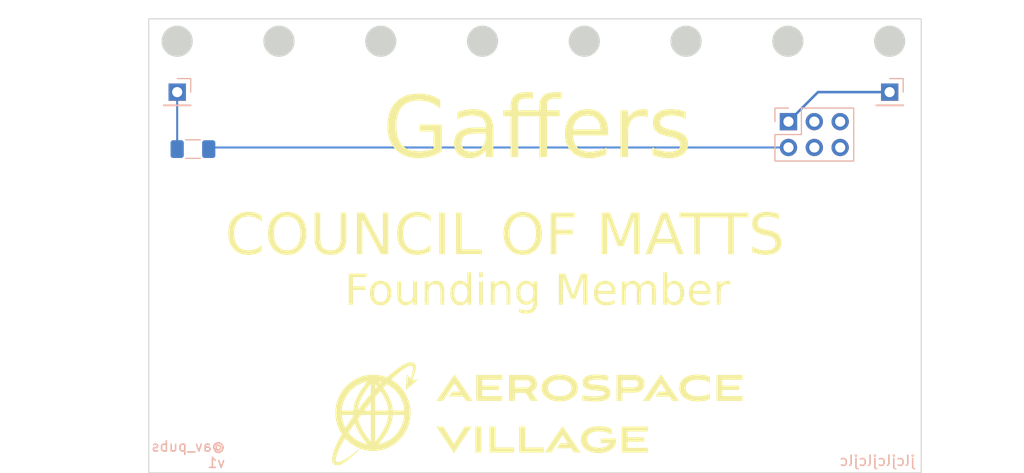
<source format=kicad_pcb>
(kicad_pcb (version 20220621) (generator pcbnew)
  (layers (0 "F.Cu" signal) (31 "B.Cu" signal) (34 "B.Paste" user) (35 "F.Paste" user) (36 "B.SilkS" user "B.Silkscreen") (37 "F.SilkS" user "F.Silkscreen") (38 "B.Mask" user) (39 "F.Mask" user) (44 "Edge.Cuts" user))
  (net 0 "")
  (footprint "Connector_PinHeader_2.54mm:PinHeader_2x03_P2.54mm_Vertical" (layer "B.Cu") (at 128.06 68.9 -90)
    (fp_text reference "REF**" hide)
    (fp_text value "PinHeader_2x03_P2.54mm_Vertical")
  )
  (footprint "Connector_PinHeader_2.54mm:PinHeader_1x01_P2.54mm_Vertical" (layer "B.Cu") (at 68 66 180)
    (fp_text reference "REF**" hide)
    (fp_text value "PinHeader_1x01_P2.54mm_Vertical")
  )
  (footprint "Resistor_SMD:R_1206_3216Metric_Pad1.30x1.75mm_HandSolder" (layer "B.Cu") (at 69.55 71.6 180)
    (fp_text reference "REF**" hide)
    (fp_text value "R_1206_3216Metric_Pad1.30x1.75mm_HandSolder")
  )
  (footprint "Connector_PinHeader_2.54mm:PinHeader_1x01_P2.54mm_Vertical" (layer "B.Cu") (at 138 66 180)
    (fp_text reference "REF**" hide)
    (fp_text value "PinHeader_1x01_P2.54mm_Vertical")
  )
  (gr_poly (pts (xy 85.964983 97.803052) (xy 85.894623 97.897778) (xy 85.824683 97.9928) (xy 85.755216 98.08805) (xy 85.75385 98.082507) (xy 85.720527 97.897981) (xy 85.720331 97.896716) (xy 85.720165 97.895517) (xy 85.699268 97.708614) (xy 86.035764 97.708614)) (stroke (width 0.04)) (fill solid) (layer "F.SilkS"))
  (gr_poly (pts (xy 112.975377 93.807647) (xy 113.03898 93.81158) (xy 113.100014 93.818016) (xy 113.15851 93.826858) (xy 113.214502 93.838009) (xy 113.268022 93.851371) (xy 113.319103 93.866848) (xy 113.367777 93.884342) (xy 113.414078 93.903756) (xy 113.458039 93.924993) (xy 113.499691 93.947956) (xy 113.539068 93.972547) (xy 113.576203 93.998669) (xy 113.611128 94.026225) (xy 113.643876 94.055119) (xy 113.674479 94.085252) (xy 113.702971 94.116528) (xy 113.729385 94.148849) (xy 113.753752 94.182118) (xy 113.776106 94.216238) (xy 113.79648 94.251112) (xy 113.814905 94.286643) (xy 113.831416 94.322733) (xy 113.846045 94.359286) (xy 113.858824 94.396203) (xy 113.869786 94.433389) (xy 113.878964 94.470745) (xy 113.886391 94.508175) (xy 113.896122 94.582866) (xy 113.899241 94.656686) (xy 113.896035 94.730558) (xy 113.886239 94.805401) (xy 113.869589 94.880422) (xy 113.84582 94.95483) (xy 113.81467 95.027833) (xy 113.796243 95.06356) (xy 113.775872 95.09864) (xy 113.753523 95.132973) (xy 113.729163 95.16646) (xy 113.70276 95.199002) (xy 113.674279 95.230501) (xy 113.643689 95.260857) (xy 113.610955 95.289971) (xy 113.576046 95.317746) (xy 113.538927 95.34408) (xy 113.499566 95.368877) (xy 113.45793 95.392036) (xy 113.413986 95.413459) (xy 113.367701 95.433048) (xy 113.319042 95.450702) (xy 113.267975 95.466323) (xy 113.214468 95.479812) (xy 113.158487 95.491071) (xy 113.1 95.5) (xy 113.038974 95.5065) (xy 112.975375 95.510473) (xy 112.90917 95.511819) (xy 111.728599 95.511819) (xy 111.728599 96.317211) (xy 111.183558 96.317211) (xy 111.183558 95.036627) (xy 111.729129 95.036627) (xy 112.794339 95.036627) (xy 112.834999 95.036019) (xy 112.873572 95.034227) (xy 112.910111 95.031294) (xy 112.944666 95.027269) (xy 112.977291 95.022195) (xy 113.008038 95.01612) (xy 113.036958 95.009089) (xy 113.064105 95.001148) (xy 113.089531 94.992343) (xy 113.113287 94.982719) (xy 113.135426 94.972323) (xy 113.155999 94.961199) (xy 113.175061 94.949395) (xy 113.192661 94.936956) (xy 113.208854 94.923927) (xy 113.22369 94.910355) (xy 113.237223 94.896285) (xy 113.249504 94.881763) (xy 113.260586 94.866836) (xy 113.270521 94.851548) (xy 113.279361 94.835946) (xy 113.287158 94.820075) (xy 113.293964 94.803982) (xy 113.299833 94.787712) (xy 113.304815 94.771311) (xy 113.308964 94.754825) (xy 113.314969 94.72178) (xy 113.318266 94.688945) (xy 113.319272 94.656686) (xy 113.318266 94.625265) (xy 113.314969 94.593163) (xy 113.308964 94.560754) (xy 113.299833 94.528412) (xy 113.287158 94.496511) (xy 113.270521 94.465423) (xy 113.260586 94.450301) (xy 113.249504 94.435523) (xy 113.237223 94.421135) (xy 113.22369 94.407184) (xy 113.208854 94.393716) (xy 113.192661 94.380779) (xy 113.175061 94.368419) (xy 113.155999 94.356683) (xy 113.135426 94.345618) (xy 113.113287 94.335269) (xy 113.089531 94.325685) (xy 113.064105 94.316911) (xy 113.036958 94.308994) (xy 113.008038 94.301982) (xy 112.977291 94.29592) (xy 112.944666 94.290856) (xy 112.910111 94.286835) (xy 112.873572 94.283906) (xy 112.834999 94.282114) (xy 112.794339 94.281506) (xy 111.729129 94.281506) (xy 111.729129 95.036627) (xy 111.183558 95.036627) (xy 111.183558 93.806315) (xy 112.90917 93.806315)) (stroke (width 0.04)) (fill solid) (layer "F.SilkS"))
  (gr_poly (pts (xy 102.175025 100.926252) (xy 104.005413 100.926252) (xy 104.005413 101.396153) (xy 101.629983 101.396153) (xy 101.629983 98.885256) (xy 102.175025 98.885256)) (stroke (width 0.04)) (fill solid) (layer "F.SilkS"))
  (gr_poly (pts (xy 96.982842 96.317211) (xy 96.372713 96.317211) (xy 96.092254 95.891761) (xy 94.725946 95.891761) (xy 95.018575 95.446731) (xy 95.802271 95.446731) (xy 95.242413 94.591598) (xy 94.682025 95.446731) (xy 94.682554 95.446731) (xy 94.389925 95.891761) (xy 94.38675 95.891761) (xy 94.111583 96.317211) (xy 93.501454 96.317211) (xy 95.242413 93.766098)) (stroke (width 0.04)) (fill solid) (layer "F.SilkS"))
  (gr_poly (pts (xy 109.501694 98.846205) (xy 109.589622 98.849679) (xy 109.676654 98.855424) (xy 109.762695 98.863403) (xy 109.847651 98.873581) (xy 109.931427 98.885921) (xy 110.013929 98.900386) (xy 110.095062 98.91694) (xy 110.174731 98.935547) (xy 110.252842 98.95617) (xy 110.329301 98.978772) (xy 110.404013 99.003318) (xy 110.476883 99.029771) (xy 110.547816 99.058094) (xy 110.616719 99.088251) (xy 110.683496 99.120206) (xy 110.683496 99.605452) (xy 110.550297 99.545158) (xy 110.412447 99.488919) (xy 110.341502 99.462705) (xy 110.269065 99.437964) (xy 110.195024 99.414852) (xy 110.119271 99.393521) (xy 110.041694 99.374124) (xy 109.962184 99.356816) (xy 109.880631 99.341749) (xy 109.796925 99.329078) (xy 109.710955 99.318955) (xy 109.622612 99.311535) (xy 109.531785 99.30697) (xy 109.438365 99.305414) (xy 109.341155 99.307648) (xy 109.241611 99.314603) (xy 109.140919 99.326661) (xy 109.040267 99.344201) (xy 108.940843 99.367604) (xy 108.891963 99.381623) (xy 108.843834 99.39725) (xy 108.796607 99.414534) (xy 108.750429 99.433522) (xy 108.705448 99.454261) (xy 108.661813 99.476798) (xy 108.619673 99.501182) (xy 108.579176 99.52746) (xy 108.54047 99.555679) (xy 108.503704 99.585888) (xy 108.469026 99.618133) (xy 108.436585 99.652463) (xy 108.406529 99.688924) (xy 108.379006 99.727565) (xy 108.354166 99.768433) (xy 108.332156 99.811576) (xy 108.313125 99.85704) (xy 108.297221 99.904874) (xy 108.284593 99.955126) (xy 108.275389 100.007843) (xy 108.269758 100.063071) (xy 108.267848 100.12086) (xy 108.269288 100.170369) (xy 108.273568 100.218574) (xy 108.280631 100.265456) (xy 108.290417 100.311) (xy 108.302869 100.355186) (xy 108.317927 100.397998) (xy 108.335534 100.439418) (xy 108.355632 100.479428) (xy 108.37816 100.518012) (xy 108.403062 100.555151) (xy 108.430279 100.590827) (xy 108.459752 100.625024) (xy 108.491423 100.657724) (xy 108.525234 100.688909) (xy 108.561126 100.718562) (xy 108.59904 100.746665) (xy 108.638918 100.773201) (xy 108.680703 100.798152) (xy 108.769755 100.843229) (xy 108.86573 100.881756) (xy 108.968159 100.913592) (xy 109.076575 100.938598) (xy 109.190512 100.956634) (xy 109.309501 100.967558) (xy 109.433075 100.97123) (xy 109.507382 100.969839) (xy 109.583633 100.965512) (xy 109.661188 100.958013) (xy 109.739412 100.947112) (xy 109.817667 100.932573) (xy 109.895316 100.914164) (xy 109.971722 100.891651) (xy 110.046247 100.864802) (xy 110.082605 100.849678) (xy 110.118254 100.833382) (xy 110.153114 100.815885) (xy 110.187106 100.797158) (xy 110.22015 100.777172) (xy 110.252167 100.755898) (xy 110.283076 100.733306) (xy 110.312798 100.709367) (xy 110.341254 100.684053) (xy 110.368363 100.657333) (xy 110.394047 100.629179) (xy 110.418224 100.599562) (xy 110.440817 100.568453) (xy 110.461745 100.535821) (xy 110.480928 100.501639) (xy 110.498288 100.465876) (xy 109.633098 100.465876) (xy 109.633098 100.060534) (xy 111.108415 100.060534) (xy 111.108642 100.076794) (xy 111.109242 100.092185) (xy 111.11106 100.122447) (xy 111.112031 100.138359) (xy 111.112879 100.155487) (xy 111.113478 100.174351) (xy 111.113705 100.195472) (xy 111.111367 100.270804) (xy 111.104439 100.343896) (xy 111.093051 100.414739) (xy 111.07733 100.483323) (xy 111.057408 100.549638) (xy 111.033411 100.613673) (xy 111.005471 100.675419) (xy 110.973716 100.734866) (xy 110.938275 100.792004) (xy 110.899277 100.846823) (xy 110.856852 100.899313) (xy 110.811129 100.949463) (xy 110.762236 100.997264) (xy 110.710303 101.042707) (xy 110.65546 101.08578) (xy 110.597834 101.126474) (xy 110.474755 101.200686) (xy 110.342099 101.265262) (xy 110.2009 101.320122) (xy 110.05219 101.365187) (xy 109.897003 101.400376) (xy 109.736372 101.42561) (xy 109.57133 101.440809) (xy 109.402911 101.445893) (xy 109.317479 101.444533) (xy 109.232815 101.440463) (xy 109.149049 101.433699) (xy 109.066306 101.424256) (xy 108.984715 101.41215) (xy 108.904403 101.397397) (xy 108.825497 101.380012) (xy 108.748125 101.360011) (xy 108.672414 101.337409) (xy 108.598491 101.312222) (xy 108.526485 101.284466) (xy 108.456522 101.254156) (xy 108.388729 101.221308) (xy 108.323235 101.185937) (xy 108.260167 101.148059) (xy 108.199651 101.10769) (xy 108.141816 101.064844) (xy 108.086789 101.019539) (xy 108.034698 100.971789) (xy 107.985669 100.92161) (xy 107.93983 100.869018) (xy 107.897308 100.814027) (xy 107.858232 100.756655) (xy 107.822728 100.696916) (xy 107.790923 100.634826) (xy 107.762946 100.5704) (xy 107.738924 100.503655) (xy 107.718983 100.434605) (xy 107.703252 100.363267) (xy 107.691858 100.289656) (xy 107.684928 100.213787) (xy 107.68259 100.135677) (xy 107.685069 100.054084) (xy 107.692407 99.97529) (xy 107.704449 99.899281) (xy 107.721043 99.826043) (xy 107.742036 99.755563) (xy 107.767275 99.687826) (xy 107.796607 99.62282) (xy 107.82988 99.560531) (xy 107.86694 99.500944) (xy 107.907634 99.444047) (xy 107.95181 99.389825) (xy 107.999314 99.338265) (xy 108.049995 99.289354) (xy 108.103698 99.243077) (xy 108.160271 99.199421) (xy 108.219561 99.158372) (xy 108.345682 99.084042) (xy 108.480835 99.019978) (xy 108.6238 98.966069) (xy 108.773351 98.922207) (xy 108.928267 98.888282) (xy 109.087323 98.864186) (xy 109.249297 98.849808) (xy 109.412965 98.845039)) (stroke (width 0.04)) (fill solid) (layer "F.SilkS"))
  (gr_poly (pts (xy 117.271091 96.317211) (xy 116.66096 96.317211) (xy 116.380502 95.891761) (xy 115.008903 95.891761) (xy 115.30153 95.446731) (xy 116.09052 95.446731) (xy 115.530661 94.591598) (xy 114.400361 96.317211) (xy 113.789702 96.317211) (xy 115.530661 93.766098)) (stroke (width 0.04)) (fill solid) (layer "F.SilkS"))
  (gr_poly (pts (xy 97.858083 101.396153) (xy 97.313041 101.396153) (xy 97.313041 98.885256) (xy 97.858083 98.885256)) (stroke (width 0.04)) (fill solid) (layer "F.SilkS"))
  (gr_poly (pts (xy 95.192142 100.585998) (xy 96.252592 98.885256) (xy 96.892884 98.885256) (xy 95.192142 101.446422) (xy 93.501454 98.885256) (xy 94.147038 98.885256)) (stroke (width 0.04)) (fill solid) (layer "F.SilkS"))
  (gr_poly (pts (xy 102.395747 93.807676) (xy 102.459351 93.811693) (xy 102.520384 93.818265) (xy 102.578881 93.82729) (xy 102.634874 93.838669) (xy 102.688395 93.852299) (xy 102.739478 93.868081) (xy 102.788155 93.885913) (xy 102.83446 93.905695) (xy 102.878425 93.927325) (xy 102.920083 93.950703) (xy 102.959466 93.975728) (xy 102.996608 94.002299) (xy 103.031542 94.030315) (xy 103.0643 94.059675) (xy 103.094915 94.090279) (xy 103.12342 94.122025) (xy 103.149849 94.154813) (xy 103.174232 94.188542) (xy 103.196605 94.223111) (xy 103.216999 94.258419) (xy 103.235447 94.294365) (xy 103.251983 94.330849) (xy 103.266638 94.367769) (xy 103.279446 94.405025) (xy 103.29044 94.442515) (xy 103.307116 94.517797) (xy 103.316929 94.592808) (xy 103.320141 94.66674) (xy 103.318368 94.724137) (xy 103.312973 94.78183) (xy 103.303845 94.839515) (xy 103.290872 94.896894) (xy 103.273943 94.953666) (xy 103.26396 94.981729) (xy 103.252946 95.009528) (xy 103.240887 95.037025) (xy 103.227769 95.064182) (xy 103.213578 95.090961) (xy 103.198301 95.117325) (xy 103.181923 95.143237) (xy 103.16443 95.168658) (xy 103.145809 95.193551) (xy 103.126045 95.217879) (xy 103.105125 95.241604) (xy 103.083034 95.264688) (xy 103.059758 95.287094) (xy 103.035285 95.308784) (xy 103.009599 95.329721) (xy 102.982686 95.349867) (xy 102.954534 95.369184) (xy 102.925127 95.387634) (xy 102.894452 95.405181) (xy 102.862495 95.421787) (xy 102.829242 95.437413) (xy 102.794679 95.452023) (xy 103.374644 96.317211) (xy 102.764515 96.317211) (xy 102.23429 95.531927) (xy 101.159023 95.531927) (xy 101.159023 96.317211) (xy 100.613982 96.317211) (xy 100.613982 95.051444) (xy 101.159554 95.051444) (xy 102.250168 95.051444) (xy 102.288061 95.050851) (xy 102.323985 95.0491) (xy 102.357992 95.046234) (xy 102.390131 95.042293) (xy 102.420452 95.037321) (xy 102.449005 95.031359) (xy 102.475841 95.02445) (xy 102.50101 95.016635) (xy 102.524562 95.007956) (xy 102.546547 94.998456) (xy 102.567016 94.988177) (xy 102.586018 94.97716) (xy 102.603604 94.965448) (xy 102.619824 94.953083) (xy 102.634728 94.940106) (xy 102.648366 94.926561) (xy 102.660789 94.912488) (xy 102.672047 94.89793) (xy 102.68219 94.882929) (xy 102.691268 94.867528) (xy 102.699331 94.851767) (xy 102.70643 94.83569) (xy 102.712615 94.819337) (xy 102.717935 94.802752) (xy 102.722442 94.785977) (xy 102.726184 94.769052) (xy 102.73158 94.734926) (xy 102.734522 94.70071) (xy 102.735414 94.66674) (xy 102.734522 94.635319) (xy 102.73158 94.603217) (xy 102.726184 94.570809) (xy 102.717935 94.538467) (xy 102.70643 94.506565) (xy 102.699331 94.490896) (xy 102.691268 94.475477) (xy 102.68219 94.460355) (xy 102.672047 94.445577) (xy 102.660789 94.431189) (xy 102.648366 94.417238) (xy 102.634727 94.40377) (xy 102.619823 94.390834) (xy 102.603603 94.378474) (xy 102.586017 94.366738) (xy 102.567015 94.355672) (xy 102.546546 94.345324) (xy 102.524561 94.335739) (xy 102.501009 94.326965) (xy 102.47584 94.319049) (xy 102.449004 94.312036) (xy 102.420451 94.305974) (xy 102.39013 94.30091) (xy 102.357992 94.29689) (xy 102.323985 94.29396) (xy 102.288061 94.292168) (xy 102.250168 94.291561) (xy 101.159554 94.291561) (xy 101.159554 95.051444) (xy 100.613982 95.051444) (xy 100.613982 93.806315) (xy 102.329541 93.806315)) (stroke (width 0.04)) (fill solid) (layer "F.SilkS"))
  (gr_poly (pts (xy 84.194193 99.603498) (xy 84.216151 99.635969) (xy 84.240715 99.671483) (xy 84.265675 99.706691) (xy 84.291064 99.741565) (xy 84.317734 99.777241) (xy 84.344818 99.812577) (xy 84.37231 99.847573) (xy 84.400205 99.882228) (xy 84.42162 99.908082) (xy 84.443369 99.933635) (xy 84.465343 99.958988) (xy 84.487435 99.984238) (xy 84.470557 100.012116) (xy 84.453473 100.039888) (xy 84.436447 100.067689) (xy 84.419739 100.095652) (xy 84.285178 100.329747) (xy 84.15369 100.565039) (xy 84.089812 100.68338) (xy 84.027559 100.802316) (xy 83.967217 100.921944) (xy 83.909072 101.042364) (xy 83.853257 101.163083) (xy 83.799492 101.284914) (xy 83.74863 101.407526) (xy 83.701527 101.530592) (xy 83.659038 101.653782) (xy 83.639791 101.71532) (xy 83.622018 101.776766) (xy 83.605825 101.838079) (xy 83.59132 101.899217) (xy 83.57861 101.96014) (xy 83.567801 102.020805) (xy 83.564567 102.05027) (xy 83.562065 102.079427) (xy 83.560382 102.108122) (xy 83.559605 102.136202) (xy 83.55982 102.163512) (xy 83.560327 102.176831) (xy 83.561114 102.1899) (xy 83.562193 102.2027) (xy 83.563573 102.215212) (xy 83.565267 102.227416) (xy 83.567284 102.239294) (xy 83.570034 102.250728) (xy 83.572937 102.261438) (xy 83.576011 102.271455) (xy 83.579274 102.280812) (xy 83.582745 102.289539) (xy 83.586441 102.297669) (xy 83.588379 102.301519) (xy 83.59038 102.305233) (xy 83.592446 102.308812) (xy 83.59458 102.312263) (xy 83.596783 102.315587) (xy 83.599059 102.31879) (xy 83.601408 102.321876) (xy 83.603835 102.324848) (xy 83.60634 102.32771) (xy 83.608926 102.330466) (xy 83.611595 102.333121) (xy 83.61435 102.335677) (xy 83.617192 102.33814) (xy 83.620125 102.340513) (xy 83.623149 102.3428) (xy 83.626268 102.345005) (xy 83.632799 102.349185) (xy 83.639734 102.353085) (xy 83.647548 102.356856) (xy 83.656077 102.360229) (xy 83.665282 102.363207) (xy 83.675121 102.365787) (xy 83.685552 102.367971) (xy 83.696535 102.369758) (xy 83.708028 102.371148) (xy 83.71999 102.372141) (xy 83.73238 102.372738) (xy 83.745157 102.372938) (xy 83.758279 102.37274) (xy 83.771705 102.372146) (xy 83.785395 102.371154) (xy 83.799306 102.369766) (xy 83.813398 102.36798) (xy 83.82763 102.365797) (xy 83.856413 102.360654) (xy 83.88557 102.354408) (xy 83.915032 102.347146) (xy 83.944735 102.338955) (xy 83.974611 102.32992) (xy 84.004595 102.320129) (xy 84.034619 102.309666) (xy 84.064618 102.298618) (xy 84.124859 102.274036) (xy 84.184741 102.247788) (xy 84.244273 102.219981) (xy 84.303468 102.190724) (xy 84.362335 102.160123) (xy 84.420885 102.128288) (xy 84.537077 102.061345) (xy 84.652128 101.990755) (xy 84.766122 101.917381) (xy 84.879144 101.842086) (xy 84.99128 101.765731) (xy 85.102258 101.686689) (xy 85.212558 101.606377) (xy 85.322199 101.524873) (xy 85.431201 101.442251) (xy 85.647364 101.273957) (xy 85.861201 101.102102) (xy 85.767273 101.20234) (xy 85.672341 101.301749) (xy 85.576295 101.400191) (xy 85.47902 101.49753) (xy 85.380407 101.593629) (xy 85.280342 101.68835) (xy 85.178713 101.781557) (xy 85.075409 101.873114) (xy 85.023365 101.918548) (xy 84.9708 101.963536) (xy 84.91769 102.008028) (xy 84.864009 102.051975) (xy 84.809733 102.095326) (xy 84.754837 102.138032) (xy 84.699295 102.180043) (xy 84.643084 102.22131) (xy 84.586235 102.262092) (xy 84.528711 102.302191) (xy 84.470381 102.341473) (xy 84.411115 102.3798) (xy 84.350782 102.417035) (xy 84.289252 102.453042) (xy 84.226395 102.487685) (xy 84.16208 102.520827) (xy 84.129147 102.53653) (xy 84.095766 102.551793) (xy 84.061839 102.566474) (xy 84.027266 102.58043) (xy 83.99195 102.593518) (xy 83.95579 102.605595) (xy 83.918689 102.616518) (xy 83.899754 102.621502) (xy 83.880547 102.626144) (xy 83.84166 102.634265) (xy 83.801233 102.641103) (xy 83.780457 102.643826) (xy 83.759316 102.645971) (xy 83.737814 102.64745) (xy 83.715959 102.648178) (xy 83.693757 102.648069) (xy 83.671214 102.647037) (xy 83.648336 102.644996) (xy 83.62513 102.641859) (xy 83.601601 102.63754) (xy 83.577757 102.631954) (xy 83.553604 102.625015) (xy 83.529147 102.616635) (xy 83.517116 102.611672) (xy 83.505227 102.606308) (xy 83.493475 102.600545) (xy 83.481853 102.594385) (xy 83.470355 102.587827) (xy 83.458974 102.580874) (xy 83.447706 102.573526) (xy 83.436543 102.565785) (xy 83.426476 102.557283) (xy 83.416524 102.548476) (xy 83.406697 102.539408) (xy 83.397008 102.530122) (xy 83.387468 102.520662) (xy 83.378088 102.511073) (xy 83.36888 102.501398) (xy 83.359855 102.491681) (xy 83.345605 102.470474) (xy 83.338566 102.459757) (xy 83.331637 102.44898) (xy 83.324858 102.438153) (xy 83.318266 102.427287) (xy 83.3119 102.416394) (xy 83.305801 102.405485) (xy 83.301289 102.394721) (xy 83.296874 102.383871) (xy 83.288308 102.361957) (xy 83.280039 102.339845) (xy 83.272005 102.317635) (xy 83.266498 102.29601) (xy 83.26166 102.274588) (xy 83.257454 102.253361) (xy 83.253846 102.232322) (xy 83.250798 102.211462) (xy 83.248274 102.190775) (xy 83.246238 102.170252) (xy 83.244654 102.149885) (xy 83.242695 102.10959) (xy 83.242109 102.069829) (xy 83.242605 102.03054) (xy 83.243893 101.99166) (xy 83.250802 101.915986) (xy 83.260272 101.841677) (xy 83.272085 101.76861) (xy 83.286026 101.69666) (xy 83.301876 101.625702) (xy 83.31942 101.555611) (xy 83.338439 101.486264) (xy 83.358718 101.417535) (xy 83.37991 101.349407) (xy 83.402146 101.281903) (xy 83.425325 101.214954) (xy 83.449348 101.148493) (xy 83.474115 101.082454) (xy 83.499527 101.01677) (xy 83.551884 100.886198) (xy 83.622417 100.719705) (xy 83.696161 100.555133) (xy 83.772864 100.39234) (xy 83.852275 100.231187) (xy 83.934142 100.071534) (xy 84.018211 99.913242) (xy 84.104231 99.75617) (xy 84.191911 99.600246)) (stroke (width 0.04)) (fill solid) (layer "F.SilkS"))
  (gr_poly (pts (xy 105.58127 93.766098) (xy 105.672591 93.767515) (xy 105.762631 93.771747) (xy 105.851283 93.778765) (xy 105.938442 93.78854) (xy 106.024002 93.801045) (xy 106.107856 93.816251) (xy 106.189898 93.834129) (xy 106.270022 93.854651) (xy 106.348122 93.877788) (xy 106.424093 93.903512) (xy 106.497827 93.931795) (xy 106.569219 93.962607) (xy 106.638163 93.995921) (xy 106.704552 94.031708) (xy 106.768281 94.069939) (xy 106.829244 94.110586) (xy 106.887333 94.15362) (xy 106.942444 94.199014) (xy 106.99447 94.246738) (xy 107.043305 94.296763) (xy 107.088843 94.349063) (xy 107.130977 94.403607) (xy 107.169603 94.460368) (xy 107.204613 94.519317) (xy 107.235901 94.580426) (xy 107.263362 94.643666) (xy 107.28689 94.709008) (xy 107.306377 94.776424) (xy 107.321719 94.845886) (xy 107.332808 94.917365) (xy 107.33954 94.990833) (xy 107.341807 95.066261) (xy 107.339538 95.140804) (xy 107.332803 95.213499) (xy 107.321706 95.284313) (xy 107.306355 95.353211) (xy 107.286857 95.420158) (xy 107.263317 95.485122) (xy 107.235842 95.548068) (xy 107.204538 95.608962) (xy 107.169512 95.667771) (xy 107.130871 95.724459) (xy 107.08872 95.778993) (xy 107.043165 95.83134) (xy 106.994314 95.881464) (xy 106.942273 95.929332) (xy 106.887148 95.974911) (xy 106.829045 96.018165) (xy 106.704333 96.097566) (xy 106.568987 96.167263) (xy 106.423858 96.226984) (xy 106.269799 96.276457) (xy 106.107659 96.315409) (xy 105.93829 96.343569) (xy 105.762544 96.360664) (xy 105.58127 96.366423) (xy 105.490415 96.364979) (xy 105.400782 96.36067) (xy 105.31248 96.353529) (xy 105.225618 96.34359) (xy 105.140305 96.330887) (xy 105.056651 96.315454) (xy 104.974763 96.297324) (xy 104.894752 96.276531) (xy 104.816725 96.253109) (xy 104.740793 96.227091) (xy 104.667064 96.198511) (xy 104.595648 96.167403) (xy 104.526652 96.1338) (xy 104.460187 96.097737) (xy 104.39636 96.059247) (xy 104.335282 96.018364) (xy 104.277061 95.975121) (xy 104.221807 95.929552) (xy 104.169627 95.881691) (xy 104.120632 95.831572) (xy 104.07493 95.779228) (xy 104.03263 95.724693) (xy 103.993841 95.668001) (xy 103.958673 95.609186) (xy 103.927234 95.54828) (xy 103.899633 95.485319) (xy 103.875979 95.420335) (xy 103.856382 95.353363) (xy 103.840949 95.284435) (xy 103.829791 95.213587) (xy 103.823017 95.140851) (xy 103.82075 95.06679) (xy 104.405992 95.06679) (xy 104.407434 95.113605) (xy 104.41172 95.159281) (xy 104.418796 95.203795) (xy 104.428602 95.247125) (xy 104.441084 95.289248) (xy 104.456183 95.33014) (xy 104.473843 95.36978) (xy 104.494007 95.408144) (xy 104.516618 95.445209) (xy 104.54162 95.480954) (xy 104.568955 95.515355) (xy 104.598566 95.548389) (xy 104.630397 95.580033) (xy 104.664391 95.610265) (xy 104.70049 95.639062) (xy 104.738639 95.666402) (xy 104.820856 95.716617) (xy 104.910586 95.760727) (xy 105.007375 95.798551) (xy 105.110767 95.829906) (xy 105.220308 95.854611) (xy 105.335542 95.872482) (xy 105.456014 95.883339) (xy 105.58127 95.886998) (xy 105.644468 95.88608) (xy 105.706527 95.883339) (xy 105.767389 95.878799) (xy 105.826999 95.872482) (xy 105.8853 95.864412) (xy 105.942233 95.854611) (xy 105.997744 95.843101) (xy 106.051774 95.829906) (xy 106.104267 95.815048) (xy 106.155166 95.798551) (xy 106.204415 95.780436) (xy 106.251955 95.760727) (xy 106.297731 95.739446) (xy 106.341685 95.716617) (xy 106.383761 95.692261) (xy 106.423902 95.666402) (xy 106.462051 95.639062) (xy 106.49815 95.610265) (xy 106.532144 95.580033) (xy 106.563975 95.548389) (xy 106.593586 95.515355) (xy 106.620921 95.480954) (xy 106.645923 95.445209) (xy 106.668534 95.408144) (xy 106.688698 95.36978) (xy 106.706358 95.33014) (xy 106.721457 95.289248) (xy 106.733938 95.247125) (xy 106.743745 95.203795) (xy 106.75082 95.159281) (xy 106.755107 95.113605) (xy 106.756549 95.06679) (xy 106.755107 95.019137) (xy 106.75082 94.972729) (xy 106.743745 94.927584) (xy 106.733938 94.88372) (xy 106.721457 94.841154) (xy 106.706358 94.799903) (xy 106.688698 94.759985) (xy 106.668534 94.721418) (xy 106.645923 94.684219) (xy 106.620921 94.648405) (xy 106.593586 94.613995) (xy 106.563975 94.581006) (xy 106.532144 94.549455) (xy 106.49815 94.519359) (xy 106.462051 94.490737) (xy 106.423902 94.463606) (xy 106.341685 94.413887) (xy 106.251955 94.370342) (xy 106.155166 94.333111) (xy 106.051774 94.302334) (xy 105.942233 94.278153) (xy 105.826999 94.260707) (xy 105.706527 94.250136) (xy 105.58127 94.246582) (xy 105.518073 94.247473) (xy 105.456014 94.250136) (xy 105.395152 94.254553) (xy 105.335542 94.260707) (xy 105.277242 94.268579) (xy 105.220308 94.278153) (xy 105.164797 94.289411) (xy 105.110767 94.302334) (xy 105.058274 94.316907) (xy 105.007375 94.333111) (xy 104.958127 94.350928) (xy 104.910586 94.370342) (xy 104.86481 94.391334) (xy 104.820856 94.413887) (xy 104.77878 94.437984) (xy 104.738639 94.463606) (xy 104.70049 94.490737) (xy 104.664391 94.519359) (xy 104.630397 94.549455) (xy 104.598566 94.581006) (xy 104.568955 94.613995) (xy 104.54162 94.648405) (xy 104.516618 94.684219) (xy 104.494007 94.721418) (xy 104.473843 94.759985) (xy 104.456183 94.799903) (xy 104.441084 94.841154) (xy 104.428602 94.88372) (xy 104.418796 94.927584) (xy 104.41172 94.972729) (xy 104.407434 95.019137) (xy 104.405992 95.06679) (xy 103.82075 95.06679) (xy 103.820734 95.066261) (xy 103.823017 94.990833) (xy 103.829791 94.917365) (xy 103.840949 94.845886) (xy 103.856382 94.776424) (xy 103.875979 94.709008) (xy 103.899633 94.643666) (xy 103.927234 94.580426) (xy 103.958673 94.519317) (xy 103.993841 94.460368) (xy 104.03263 94.403607) (xy 104.07493 94.349063) (xy 104.120632 94.296763) (xy 104.169627 94.246738) (xy 104.221807 94.199014) (xy 104.277061 94.15362) (xy 104.335282 94.110586) (xy 104.460187 94.031708) (xy 104.595648 93.962607) (xy 104.740793 93.903512) (xy 104.894752 93.854651) (xy 105.056651 93.816251) (xy 105.225618 93.78854) (xy 105.400782 93.771747) (xy 105.58127 93.766098)) (stroke (width 0.04)) (fill solid) (layer "F.SilkS"))
  (gr_poly (pts (xy 119.250511 93.766451) (xy 119.332131 93.7691) (xy 119.41202 93.773525) (xy 119.490242 93.779732) (xy 119.56686 93.787728) (xy 119.64194 93.79752) (xy 119.715546 93.809115) (xy 119.787741 93.82252) (xy 119.858591 93.837742) (xy 119.92816 93.854788) (xy 119.996511 93.873665) (xy 120.06371 93.89438) (xy 120.129821 93.916939) (xy 120.194908 93.94135) (xy 120.259035 93.967621) (xy 120.322267 93.995756) (xy 120.322267 94.511165) (xy 120.274432 94.48424) (xy 120.223055 94.45794) (xy 120.168216 94.432418) (xy 120.109996 94.407829) (xy 120.048473 94.384324) (xy 119.983728 94.362058) (xy 119.915841 94.341184) (xy 119.844891 94.321856) (xy 119.770959 94.304226) (xy 119.694123 94.28845) (xy 119.614464 94.274679) (xy 119.532062 94.263068) (xy 119.446997 94.253771) (xy 119.359348 94.246939) (xy 119.269195 94.242728) (xy 119.176619 94.24129) (xy 119.104868 94.242195) (xy 119.034989 94.244898) (xy 118.967008 94.249379) (xy 118.900952 94.25562) (xy 118.836847 94.2636) (xy 118.77472 94.273301) (xy 118.714598 94.284703) (xy 118.656508 94.297787) (xy 118.600475 94.312533) (xy 118.546527 94.328923) (xy 118.49469 94.346938) (xy 118.444991 94.366557) (xy 118.397457 94.387761) (xy 118.352114 94.410532) (xy 118.308989 94.43485) (xy 118.268108 94.460696) (xy 118.229499 94.48805) (xy 118.193187 94.516893) (xy 118.1592 94.547206) (xy 118.127564 94.57897) (xy 118.098306 94.612164) (xy 118.071452 94.646771) (xy 118.047029 94.682771) (xy 118.025064 94.720144) (xy 118.005583 94.758872) (xy 117.988613 94.798934) (xy 117.974181 94.840312) (xy 117.962313 94.882986) (xy 117.953036 94.926937) (xy 117.946376 94.972146) (xy 117.942361 95.018594) (xy 117.941017 95.066261) (xy 117.942347 95.113976) (xy 117.946322 95.160468) (xy 117.952922 95.205719) (xy 117.962125 95.24971) (xy 117.97391 95.292421) (xy 117.988257 95.333833) (xy 118.005144 95.373926) (xy 118.024551 95.412683) (xy 118.046456 95.450083) (xy 118.070838 95.486107) (xy 118.097676 95.520736) (xy 118.12695 95.553952) (xy 118.158637 95.585734) (xy 118.192718 95.616063) (xy 118.229171 95.644921) (xy 118.267976 95.672289) (xy 118.352553 95.722474) (xy 118.446283 95.766466) (xy 118.548997 95.804111) (xy 118.660526 95.835255) (xy 118.780704 95.859746) (xy 118.90936 95.87743) (xy 119.046328 95.888152) (xy 119.191438 95.891761) (xy 119.27997 95.890494) (xy 119.367213 95.886787) (xy 119.452932 95.88078) (xy 119.536892 95.872611) (xy 119.618859 95.862421) (xy 119.698597 95.850349) (xy 119.775872 95.836534) (xy 119.850448 95.821117) (xy 119.922091 95.804236) (xy 119.990567 95.78603) (xy 120.055639 95.766641) (xy 120.117074 95.746207) (xy 120.174635 95.724867) (xy 120.22809 95.702761) (xy 120.277202 95.680029) (xy 120.321736 95.65681) (xy 120.321736 96.142585) (xy 120.258452 96.16979) (xy 120.194182 96.195245) (xy 120.128883 96.218949) (xy 120.062511 96.240903) (xy 119.995022 96.261105) (xy 119.926374 96.279554) (xy 119.856523 96.29625) (xy 119.785425 96.311191) (xy 119.713038 96.324378) (xy 119.639317 96.335809) (xy 119.56422 96.345483) (xy 119.487703 96.353401) (xy 119.409722 96.35956) (xy 119.330235 96.36396) (xy 119.249197 96.366601) (xy 119.166566 96.367481) (xy 119.063277 96.366121) (xy 118.962497 96.362054) (xy 118.864277 96.355295) (xy 118.768667 96.345863) (xy 118.675717 96.333775) (xy 118.585479 96.319048) (xy 118.498003 96.3017) (xy 118.413338 96.281748) (xy 118.331536 96.259209) (xy 118.252648 96.234101) (xy 118.176722 96.206441) (xy 118.103811 96.176246) (xy 118.033965 96.143535) (xy 117.967233 96.108323) (xy 117.903667 96.070628) (xy 117.843317 96.030468) (xy 117.786234 95.987861) (xy 117.732467 95.942822) (xy 117.682068 95.895371) (xy 117.635087 95.845524) (xy 117.591574 95.793298) (xy 117.55158 95.738711) (xy 117.515156 95.68178) (xy 117.482351 95.622522) (xy 117.453216 95.560956) (xy 117.427803 95.497097) (xy 117.40616 95.430964) (xy 117.38834 95.362574) (xy 117.374392 95.291944) (xy 117.364366 95.219092) (xy 117.358314 95.144035) (xy 117.356285 95.06679) (xy 117.356288 95.06679) (xy 117.358317 94.989545) (xy 117.364369 94.914487) (xy 117.374395 94.841634) (xy 117.388344 94.771004) (xy 117.406165 94.702613) (xy 117.427809 94.636479) (xy 117.453225 94.572618) (xy 117.482362 94.511049) (xy 117.51517 94.451788) (xy 117.551599 94.394853) (xy 117.591598 94.34026) (xy 117.635117 94.288028) (xy 117.682106 94.238173) (xy 117.732513 94.190713) (xy 117.78629 94.145664) (xy 117.843385 94.103045) (xy 117.903748 94.062872) (xy 117.967329 94.025163) (xy 118.034077 93.989934) (xy 118.103941 93.957204) (xy 118.25282 93.899306) (xy 118.413561 93.851608) (xy 118.585763 93.814247) (xy 118.769021 93.787362) (xy 118.962932 93.77109) (xy 119.167094 93.765569)) (stroke (width 0.04)) (fill solid) (layer "F.SilkS"))
  (gr_poly (pts (xy 109.287952 93.766953) (xy 109.381758 93.769415) (xy 109.47387 93.773329) (xy 109.563904 93.778542) (xy 109.736215 93.792245) (xy 109.895634 93.809291) (xy 110.039103 93.828446) (xy 110.163566 93.848474) (xy 110.265964 93.868144) (xy 110.343242 93.886219) (xy 110.318373 94.341302) (xy 110.228036 94.317454) (xy 110.126202 94.295075) (xy 110.013033 94.274692) (xy 109.888689 94.256834) (xy 109.753332 94.242027) (xy 109.607123 94.230797) (xy 109.450222 94.223673) (xy 109.282793 94.221182) (xy 109.200297 94.221806) (xy 109.118348 94.22382) (xy 109.037605 94.227436) (xy 108.958727 94.232865) (xy 108.882373 94.240318) (xy 108.809202 94.250008) (xy 108.739873 94.262145) (xy 108.706854 94.269198) (xy 108.675044 94.276942) (xy 108.644523 94.285404) (xy 108.615374 94.294611) (xy 108.58768 94.304588) (xy 108.561522 94.315362) (xy 108.536984 94.32696) (xy 108.514148 94.339407) (xy 108.493096 94.352731) (xy 108.47391 94.366959) (xy 108.456672 94.382115) (xy 108.441466 94.398228) (xy 108.428374 94.415322) (xy 108.417477 94.433426) (xy 108.408858 94.452565) (xy 108.4026 94.472765) (xy 108.398784 94.494054) (xy 108.397494 94.516457) (xy 108.397497 94.516457) (xy 108.403668 94.561913) (xy 108.421655 94.601113) (xy 108.45067 94.6346) (xy 108.489925 94.662916) (xy 108.538633 94.686604) (xy 108.596005 94.706208) (xy 108.661255 94.72227) (xy 108.733593 94.735333) (xy 108.896385 94.754636) (xy 109.07808 94.76846) (xy 109.472964 94.797047) (xy 109.673547 94.820498) (xy 109.867822 94.855847) (xy 109.960624 94.879339) (xy 110.049486 94.907436) (xy 110.133618 94.940678) (xy 110.212235 94.97961) (xy 110.284546 95.024773) (xy 110.349766 95.076712) (xy 110.407106 95.135969) (xy 110.455778 95.203087) (xy 110.494995 95.27861) (xy 110.523967 95.363079) (xy 110.541909 95.457039) (xy 110.548031 95.561031) (xy 110.545873 95.624518) (xy 110.539492 95.684662) (xy 110.529033 95.741551) (xy 110.514639 95.795272) (xy 110.496455 95.845912) (xy 110.474623 95.893558) (xy 110.449288 95.938296) (xy 110.420593 95.980214) (xy 110.388682 96.019399) (xy 110.353699 96.055938) (xy 110.315787 96.089918) (xy 110.27509 96.121425) (xy 110.231752 96.150548) (xy 110.185916 96.177372) (xy 110.087326 96.224474) (xy 109.98047 96.263428) (xy 109.866497 96.29493) (xy 109.746558 96.319675) (xy 109.6218 96.338361) (xy 109.493375 96.351682) (xy 109.362432 96.360336) (xy 109.230119 96.365017) (xy 109.097587 96.366423) (xy 108.934215 96.364591) (xy 108.768016 96.359205) (xy 108.600873 96.350433) (xy 108.434674 96.338443) (xy 108.271302 96.323402) (xy 108.112643 96.305478) (xy 107.960582 96.284837) (xy 107.817004 96.261648) (xy 107.837112 95.806565) (xy 107.984302 95.831296) (xy 108.129997 95.85271) (xy 108.275085 95.870812) (xy 108.420451 95.885609) (xy 108.566984 95.897107) (xy 108.715569 95.905312) (xy 108.867093 95.910231) (xy 109.022444 95.911869) (xy 109.119285 95.911125) (xy 109.214332 95.90875) (xy 109.306972 95.904523) (xy 109.39659 95.898226) (xy 109.482571 95.889641) (xy 109.5643 95.87855) (xy 109.641163 95.864733) (xy 109.677577 95.856734) (xy 109.712544 95.847972) (xy 109.745987 95.838419) (xy 109.77783 95.828048) (xy 109.807995 95.816832) (xy 109.836405 95.804744) (xy 109.862984 95.791755) (xy 109.887655 95.777839) (xy 109.910341 95.762969) (xy 109.930966 95.747116) (xy 109.949451 95.730254) (xy 109.965722 95.712356) (xy 109.979699 95.693394) (xy 109.991308 95.673341) (xy 110.000471 95.652169) (xy 110.007111 95.629851) (xy 110.011151 95.60636) (xy 110.012515 95.581669) (xy 110.006332 95.532184) (xy 109.98831 95.489326) (xy 109.959238 95.452541) (xy 109.919905 95.421275) (xy 109.8711 95.394972) (xy 109.813613 95.37308) (xy 109.748233 95.355045) (xy 109.67575 95.340311) (xy 109.512629 95.318533) (xy 109.330565 95.303314) (xy 108.934866 95.274818) (xy 108.733859 95.252676) (xy 108.539167 95.21936) (xy 108.446162 95.197127) (xy 108.357103 95.170438) (xy 108.27278 95.138738) (xy 108.193983 95.101475) (xy 108.121499 95.058093) (xy 108.056119 95.00804) (xy 107.998632 94.950759) (xy 107.949828 94.885698) (xy 107.910495 94.812302) (xy 107.881422 94.730017) (xy 107.8634 94.63829) (xy 107.857217 94.536565) (xy 107.859445 94.474482) (xy 107.866008 94.415768) (xy 107.876728 94.36033) (xy 107.891427 94.308078) (xy 107.909926 94.25892) (xy 107.932045 94.212764) (xy 107.957607 94.169517) (xy 107.986433 94.12909) (xy 108.018344 94.091389) (xy 108.053161 94.056324) (xy 108.090706 94.023802) (xy 108.130801 93.993733) (xy 108.173265 93.966023) (xy 108.217921 93.940583) (xy 108.313094 93.896141) (xy 108.41489 93.859674) (xy 108.52188 93.830448) (xy 108.632633 93.80773) (xy 108.745721 93.790787) (xy 108.859715 93.778886) (xy 108.973185 93.771293) (xy 109.084701 93.767274) (xy 109.192834 93.766098)) (stroke (width 0.04)) (fill solid) (layer "F.SilkS"))
  (gr_poly (pts (xy 87.044384 96.427555) (xy 86.864793 96.648057) (xy 86.686823 96.869908) (xy 86.510331 97.092947) (xy 86.33519 97.316994) (xy 85.699263 97.316994) (xy 85.699785 97.312331) (xy 85.776113 97.208996) (xy 85.852726 97.105861) (xy 86.141438 96.734656) (xy 86.288053 96.550776) (xy 86.436196 96.368092) (xy 86.585884 96.18664) (xy 86.737134 96.006456) (xy 86.889962 95.827574) (xy 87.044384 95.650032)) (stroke (width 0.04)) (fill solid) (layer "F.SilkS"))
  (gr_poly (pts (xy 114.224678 99.32076) (xy 112.233954 99.32076) (xy 112.233954 99.93089) (xy 113.864845 99.93089) (xy 113.864845 100.326177) (xy 112.233954 100.326177) (xy 112.233954 100.96594) (xy 114.224678 100.96594) (xy 114.224678 101.396153) (xy 111.688911 101.396153) (xy 111.688911 98.885256) (xy 114.224678 98.885256)) (stroke (width 0.04)) (fill solid) (layer "F.SilkS"))
  (gr_poly (pts (xy 87.891669 95.225645) (xy 87.891981 95.226079) (xy 87.892608 95.22697) (xy 87.911716 95.254432) (xy 87.913008 95.256309) (xy 87.933605 95.286896) (xy 87.954087 95.317589) (xy 87.974767 95.348138) (xy 87.803487 95.539657) (xy 87.633392 95.732094) (xy 87.582467 95.790443) (xy 87.531936 95.849159) (xy 87.431234 95.966912) (xy 87.431234 95.220084) (xy 87.557876 95.083243) (xy 87.621574 95.015157) (xy 87.685682 94.947446)) (stroke (width 0.04)) (fill solid) (layer "F.SilkS"))
  (gr_poly (pts (xy 99.254025 100.926252) (xy 101.084412 100.926252) (xy 101.084412 101.396153) (xy 98.708454 101.396153) (xy 98.708454 98.885256) (xy 99.254025 98.885256)) (stroke (width 0.04)) (fill solid) (layer "F.SilkS"))
  (gr_poly (pts (xy 107.602159 101.396153) (xy 106.992029 101.396153) (xy 106.711571 100.971232) (xy 105.340499 100.971232) (xy 105.633128 100.526202) (xy 106.421588 100.526202) (xy 105.861729 99.67054) (xy 104.731429 101.396153) (xy 104.120771 101.396153) (xy 105.861729 98.845569)) (stroke (width 0.04)) (fill solid) (layer "F.SilkS"))
  (gr_poly (pts (xy 88.123069 94.510185) (xy 88.126175 94.511091) (xy 88.127151 94.511367) (xy 88.150594 94.518157) (xy 88.152844 94.518835) (xy 88.154194 94.519265) (xy 88.276116 94.560305) (xy 88.394172 94.605723) (xy 88.397066 94.606892) (xy 88.399945 94.608086) (xy 88.515562 94.658282) (xy 88.586284 94.692594) (xy 88.500259 94.782007) (xy 88.414655 94.871884) (xy 88.329533 94.962253) (xy 88.244931 95.053169) (xy 88.24493 95.053168) (xy 88.243505 95.051086) (xy 88.24245 95.049646) (xy 88.185138 94.96895) (xy 88.1263 94.887894) (xy 88.067091 94.807956) (xy 88.007633 94.729158) (xy 87.99538 94.713308) (xy 87.983144 94.697796) (xy 87.973637 94.685785) (xy 87.961474 94.670255) (xy 87.958644 94.66663) (xy 87.998113 94.626921) (xy 88.037742 94.587359) (xy 88.117281 94.508509)) (stroke (width 0.04)) (fill solid) (layer "F.SilkS"))
  (gr_poly (pts (xy 90.964555 92.563846) (xy 90.975582 92.564036) (xy 90.986685 92.564389) (xy 90.997863 92.56491) (xy 91.009115 92.565603) (xy 91.020441 92.566475) (xy 91.03184 92.56753) (xy 91.043313 92.568773) (xy 91.054673 92.570096) (xy 91.06613 92.571718) (xy 91.077685 92.573687) (xy 91.089338 92.576053) (xy 91.101091 92.578866) (xy 91.112944 92.582175) (xy 91.118908 92.58403) (xy 91.124897 92.586029) (xy 91.130911 92.588176) (xy 91.136951 92.590477) (xy 91.183563 92.607427) (xy 91.189315 92.610475) (xy 91.195059 92.613651) (xy 91.200789 92.616939) (xy 91.206499 92.620319) (xy 91.212185 92.623774) (xy 91.21784 92.627285) (xy 91.229039 92.634402) (xy 91.240137 92.641493) (xy 91.25114 92.648638) (xy 91.256573 92.652307) (xy 91.261944 92.656081) (xy 91.267239 92.65999) (xy 91.272447 92.664065) (xy 91.309447 92.701582) (xy 91.31427 92.706206) (xy 91.318832 92.710947) (xy 91.323157 92.715793) (xy 91.327268 92.720735) (xy 91.331187 92.725765) (xy 91.334937 92.730873) (xy 91.338543 92.736049) (xy 91.342026 92.741284) (xy 91.348717 92.751893) (xy 91.355196 92.762626) (xy 91.361647 92.773406) (xy 91.368254 92.784161) (xy 91.379111 92.806135) (xy 91.388711 92.828) (xy 91.397123 92.849744) (xy 91.404417 92.871358) (xy 91.410664 92.892832) (xy 91.415932 92.914156) (xy 91.420292 92.935319) (xy 91.423813 92.956313) (xy 91.426566 92.977127) (xy 91.428619 92.997752) (xy 91.430043 93.018177) (xy 91.430907 93.038392) (xy 91.431236 93.078153) (xy 91.430163 93.116957) (xy 91.42777 93.155362) (xy 91.424226 93.193206) (xy 91.419625 93.23052) (xy 91.414061 93.267333) (xy 91.407629 93.303675) (xy 91.400423 93.339575) (xy 91.392538 93.375063) (xy 91.384068 93.410169) (xy 91.35339 93.521173) (xy 91.319113 93.630067) (xy 91.281551 93.737026) (xy 91.241021 93.842223) (xy 91.197837 93.945833) (xy 91.152313 94.048029) (xy 91.104766 94.148986) (xy 91.055509 94.248877) (xy 91.603176 94.287015) (xy 90.47818 95.235794) (xy 90.583496 93.767873) (xy 90.930555 94.181698) (xy 90.967647 94.080528) (xy 91.003258 93.979063) (xy 91.036997 93.877362) (xy 91.068472 93.77548) (xy 91.097294 93.673474) (xy 91.12307 93.5714) (xy 91.145411 93.469316) (xy 91.163925 93.367278) (xy 91.168582 93.335165) (xy 91.172596 93.303162) (xy 91.175916 93.271331) (xy 91.178493 93.239736) (xy 91.180275 93.208438) (xy 91.181214 93.177501) (xy 91.181259 93.146986) (xy 91.180359 93.116957) (xy 91.179626 93.102219) (xy 91.178615 93.0876) (xy 91.177322 93.073144) (xy 91.175741 93.058893) (xy 91.173869 93.044892) (xy 91.171701 93.031182) (xy 91.169232 93.017808) (xy 91.166457 93.004813) (xy 91.163372 92.992239) (xy 91.159973 92.98013) (xy 91.156255 92.968529) (xy 91.152212 92.957479) (xy 91.147842 92.947024) (xy 91.143138 92.937206) (xy 91.138096 92.928069) (xy 91.132713 92.919656) (xy 91.127126 92.912136) (xy 91.121453 92.905234) (xy 91.115657 92.898925) (xy 91.1097 92.893184) (xy 91.103545 92.887986) (xy 91.097154 92.883304) (xy 91.090491 92.879113) (xy 91.083519 92.875388) (xy 91.076198 92.872103) (xy 91.068494 92.869234) (xy 91.060367 92.866753) (xy 91.051781 92.864636) (xy 91.042699 92.862858) (xy 91.033083 92.861392) (xy 91.022896 92.860214) (xy 91.0121 92.859298) (xy 91.000817 92.859075) (xy 90.989208 92.859202) (xy 90.977293 92.859681) (xy 90.965091 92.860514) (xy 90.952623 92.861703) (xy 90.939909 92.863251) (xy 90.926968 92.865161) (xy 90.913822 92.867434) (xy 90.900489 92.870073) (xy 90.88699 92.87308) (xy 90.873346 92.876458) (xy 90.859575 92.880209) (xy 90.845699 92.884334) (xy 90.831738 92.888837) (xy 90.81771 92.89372) (xy 90.803637 92.898986) (xy 90.775442 92.909216) (xy 90.74722 92.920237) (xy 90.718984 92.932007) (xy 90.690744 92.944486) (xy 90.634302 92.971411) (xy 90.577989 93.000691) (xy 90.5219 93.032005) (xy 90.466128 93.065032) (xy 90.410768 93.099451) (xy 90.355913 93.13494) (xy 90.30112 93.171296) (xy 90.246671 93.208493) (xy 90.192557 93.246473) (xy 90.138773 93.28518) (xy 90.085312 93.324557) (xy 90.032165 93.364546) (xy 89.979328 93.405091) (xy 89.926792 93.446136) (xy 89.822753 93.530179) (xy 89.719764 93.615936) (xy 89.617791 93.703281) (xy 89.516795 93.792091) (xy 89.416743 93.88224) (xy 89.317596 93.973604) (xy 89.219321 94.066058) (xy 89.12188 94.159477) (xy 89.109368 94.171417) (xy 89.096956 94.183468) (xy 89.072318 94.207776) (xy 89.047733 94.232145) (xy 89.022998 94.256292) (xy 89.145197 94.327438) (xy 89.294364 94.424276) (xy 89.438498 94.528078) (xy 89.57737 94.638609) (xy 89.710749 94.755635) (xy 89.838405 94.878925) (xy 89.960108 95.008243) (xy 90.075628 95.143357) (xy 90.184734 95.284033) (xy 90.287196 95.430038) (xy 90.382785 95.581139) (xy 90.471269 95.737101) (xy 90.552419 95.897692) (xy 90.626004 96.062679) (xy 90.691794 96.231827) (xy 90.749559 96.404903) (xy 90.799069 96.581674) (xy 90.840093 96.761907) (xy 90.872402 96.945368) (xy 90.895764 97.131824) (xy 90.909951 97.321041) (xy 90.91473 97.512785) (xy 90.909951 97.70453) (xy 90.895764 97.893747) (xy 90.872402 98.080202) (xy 90.840093 98.263663) (xy 90.799069 98.443896) (xy 90.749559 98.620667) (xy 90.691794 98.793744) (xy 90.626004 98.962892) (xy 90.552419 99.127878) (xy 90.471269 99.288469) (xy 90.382785 99.444432) (xy 90.287196 99.595532) (xy 90.184734 99.741537) (xy 90.075628 99.882213) (xy 89.960108 100.017327) (xy 89.838405 100.146646) (xy 89.710749 100.269935) (xy 89.57737 100.386962) (xy 89.438498 100.497492) (xy 89.294364 100.601294) (xy 89.145197 100.698133) (xy 88.991229 100.787775) (xy 88.832688 100.869988) (xy 88.669806 100.944538) (xy 88.502813 101.011192) (xy 88.331939 101.069715) (xy 88.157413 101.119876) (xy 87.979467 101.16144) (xy 87.798331 101.194173) (xy 87.614234 101.217844) (xy 87.427407 101.232217) (xy 87.23808 101.23706) (xy 87.048752 101.232217) (xy 86.86192 101.217844) (xy 86.677816 101.194173) (xy 86.49667 101.16144) (xy 86.318712 101.119876) (xy 86.144172 101.069715) (xy 85.973282 101.011192) (xy 85.806271 100.944538) (xy 85.643369 100.869988) (xy 85.484808 100.787775) (xy 85.330818 100.698133) (xy 85.181629 100.601294) (xy 85.037471 100.497493) (xy 84.898575 100.386962) (xy 84.765171 100.269935) (xy 84.637491 100.146646) (xy 84.515763 100.017328) (xy 84.400218 99.882214) (xy 84.291088 99.741538) (xy 84.194193 99.603498) (xy 84.191949 99.600179) (xy 84.191911 99.600246) (xy 84.188602 99.595532) (xy 84.092991 99.444432) (xy 84.004485 99.288469) (xy 83.923315 99.127878) (xy 83.878579 99.027603) (xy 84.529396 99.027603) (xy 84.546433 99.059082) (xy 84.55503 99.074774) (xy 84.563812 99.090338) (xy 84.580042 99.118195) (xy 84.596545 99.145854) (xy 84.613321 99.173324) (xy 84.630372 99.200616) (xy 84.647696 99.227728) (xy 84.66529 99.254648) (xy 84.683149 99.281372) (xy 84.701272 99.307896) (xy 84.719663 99.33422) (xy 84.738324 99.360341) (xy 84.757243 99.38626) (xy 84.775242 99.410408) (xy 84.776385 99.411992) (xy 84.777976 99.414017) (xy 84.785482 99.423807) (xy 84.794697 99.435524) (xy 84.813203 99.458895) (xy 84.813217 99.458874) (xy 84.855544 99.512751) (xy 84.938653 99.610071) (xy 85.025589 99.70383) (xy 85.11623 99.793907) (xy 85.210455 99.880178) (xy 85.30814 99.962522) (xy 85.409163 100.040817) (xy 85.513402 100.114942) (xy 85.620735 100.184773) (xy 85.731038 100.250189) (xy 85.84419 100.311069) (xy 85.960069 100.367289) (xy 86.078551 100.418729) (xy 86.199515 100.465265) (xy 86.322838 100.506777) (xy 86.448398 100.543142) (xy 86.576072 100.574238) (xy 86.705738 100.599944) (xy 87.769892 100.599944) (xy 87.769893 100.599944) (xy 87.769893 100.599943) (xy 87.899558 100.574238) (xy 88.027233 100.543142) (xy 88.152792 100.506777) (xy 88.276115 100.465265) (xy 88.397079 100.418729) (xy 88.515562 100.367289) (xy 88.63144 100.311069) (xy 88.744592 100.250189) (xy 88.854896 100.184773) (xy 88.962228 100.114942) (xy 89.167491 99.962522) (xy 89.3594 99.793907) (xy 89.536978 99.610071) (xy 89.699245 99.411992) (xy 89.845223 99.200644) (xy 89.911797 99.0903) (xy 89.973932 98.977004) (xy 90.031505 98.86088) (xy 90.084393 98.742048) (xy 90.132475 98.620631) (xy 90.175627 98.496751) (xy 90.213729 98.37053) (xy 90.246656 98.24209) (xy 90.274287 98.111552) (xy 90.2965 97.97904) (xy 90.313172 97.844674) (xy 90.32418 97.708577) (xy 89.163188 97.708577) (xy 89.155018 97.812974) (xy 89.143291 97.916607) (xy 89.109679 98.121523) (xy 89.063372 98.323212) (xy 89.005389 98.521559) (xy 88.936749 98.716452) (xy 88.858472 98.907778) (xy 88.771576 99.095424) (xy 88.677082 99.279276) (xy 88.576009 99.459221) (xy 88.469375 99.635147) (xy 88.358201 99.806939) (xy 88.243505 99.974485) (xy 88.126307 100.137672) (xy 88.007626 100.296386) (xy 87.769893 100.599943) (xy 87.769892 100.599944) (xy 86.705738 100.599944) (xy 86.468548 100.296364) (xy 86.233689 99.974411) (xy 86.119583 99.806833) (xy 86.009 99.635007) (xy 85.902918 99.459051) (xy 85.802319 99.279078) (xy 85.708181 99.095204) (xy 85.621484 98.907546) (xy 85.543209 98.716218) (xy 85.474335 98.521336) (xy 85.415891 98.323183) (xy 85.427566 98.3658) (xy 85.439911 98.408364) (xy 85.452759 98.450774) (xy 85.465979 98.493062) (xy 85.346771 98.66362) (xy 85.228372 98.834699) (xy 85.110877 99.006345) (xy 84.99438 99.178602) (xy 84.94853 99.248367) (xy 84.903229 99.318435) (xy 84.813217 99.458874) (xy 84.777976 99.414017) (xy 84.776409 99.411973) (xy 84.775242 99.410408) (xy 84.701299 99.307915) (xy 84.630408 99.200644) (xy 84.563834 99.0903) (xy 84.529424 99.027557) (xy 84.529396 99.027603) (xy 83.878579 99.027603) (xy 83.84971 98.962892) (xy 83.783902 98.793744) (xy 83.726121 98.620668) (xy 83.676597 98.443896) (xy 83.635561 98.263664) (xy 83.603243 98.080203) (xy 83.579873 97.893747) (xy 83.565986 97.708577) (xy 84.151451 97.708577) (xy 84.162459 97.844674) (xy 84.179131 97.97904) (xy 84.201344 98.111552) (xy 84.228975 98.24209) (xy 84.261902 98.37053) (xy 84.300004 98.496751) (xy 84.343156 98.620631) (xy 84.391238 98.742048) (xy 84.444126 98.86088) (xy 84.501699 98.977004) (xy 84.529424 99.027557) (xy 84.592751 98.922494) (xy 84.679958 98.782706) (xy 84.768606 98.643909) (xy 84.858588 98.506036) (xy 84.9498 98.369019) (xy 85.135482 98.097291) (xy 85.324795 97.8282) (xy 85.324939 97.829588) (xy 85.327004 97.850302) (xy 85.329042 97.872446) (xy 85.331232 97.894556) (xy 85.332484 97.905576) (xy 85.333895 97.91656) (xy 85.341388 97.968067) (xy 85.349706 98.019377) (xy 85.358825 98.07049) (xy 85.368641 98.120976) (xy 85.368708 98.121371) (xy 85.368799 98.121762) (xy 85.379388 98.172121) (xy 85.390808 98.222634) (xy 85.402967 98.272943) (xy 85.415801 98.322842) (xy 85.415841 98.323015) (xy 85.415891 98.323183) (xy 85.415853 98.323047) (xy 85.415801 98.322842) (xy 85.368799 98.121762) (xy 85.368724 98.121406) (xy 85.368641 98.120976) (xy 85.333915 97.91652) (xy 85.324939 97.829588) (xy 85.3248 97.828194) (xy 85.324795 97.8282) (xy 85.312447 97.708614) (xy 85.699247 97.708614) (xy 85.703292 97.755862) (xy 85.70817 97.802957) (xy 85.713857 97.849906) (xy 85.720165 97.895517) (xy 85.7203 97.896723) (xy 85.720527 97.897981) (xy 85.72757 97.943393) (xy 85.735565 97.98993) (xy 85.744315 98.036317) (xy 85.753817 98.082545) (xy 85.755161 98.088126) (xy 85.755216 98.08805) (xy 85.799034 98.26587) (xy 85.854971 98.446756) (xy 85.92078 98.62511) (xy 85.99558 98.800873) (xy 86.078492 98.97399) (xy 86.168634 99.144405) (xy 86.265127 99.312059) (xy 86.367088 99.476898) (xy 86.473639 99.638864) (xy 86.583898 99.797901) (xy 86.696984 99.953951) (xy 86.812018 100.10696) (xy 87.044405 100.403622) (xy 87.431226 100.403622) (xy 87.663764 100.10696) (xy 87.891956 99.797901) (xy 88.002226 99.638864) (xy 88.108775 99.476898) (xy 88.210724 99.312059) (xy 88.307195 99.144405) (xy 88.39731 98.97399) (xy 88.48019 98.800873) (xy 88.554958 98.62511) (xy 88.620734 98.446756) (xy 88.676642 98.26587) (xy 88.721802 98.082507) (xy 88.755337 97.896723) (xy 88.776367 97.708577) (xy 87.431226 97.708577) (xy 87.431226 100.403622) (xy 87.044405 100.403622) (xy 87.044405 97.708577) (xy 85.699263 97.708577) (xy 85.699268 97.708614) (xy 85.699247 97.708614) (xy 85.312447 97.708614) (xy 85.312443 97.708577) (xy 84.151451 97.708577) (xy 83.565986 97.708577) (xy 83.565682 97.70453) (xy 83.560901 97.512785) (xy 83.565682 97.321041) (xy 83.565985 97.31701) (xy 85.699245 97.31701) (xy 86.335177 97.31701) (xy 86.33519 97.316994) (xy 87.044405 97.316994) (xy 87.044405 94.621948) (xy 86.811866 94.918611) (xy 86.583675 95.22767) (xy 86.473404 95.386707) (xy 86.366856 95.548673) (xy 86.264907 95.713511) (xy 86.168436 95.881166) (xy 86.078321 96.05158) (xy 85.995441 96.224698) (xy 85.920673 96.400461) (xy 85.854896 96.578814) (xy 85.798989 96.759701) (xy 85.753829 96.943064) (xy 85.720294 97.128847) (xy 85.699785 97.312331) (xy 85.699764 97.312359) (xy 85.699245 97.31701) (xy 83.565985 97.31701) (xy 83.565986 97.316994) (xy 84.151451 97.316994) (xy 85.312443 97.316994) (xy 85.320613 97.212596) (xy 85.33234 97.108963) (xy 85.365952 96.904047) (xy 85.412259 96.702359) (xy 85.470242 96.504012) (xy 85.538882 96.309119) (xy 85.617159 96.117793) (xy 85.704054 95.930147) (xy 85.798548 95.746295) (xy 85.899622 95.56635) (xy 86.006255 95.390424) (xy 86.11743 95.218632) (xy 86.232126 95.051086) (xy 86.349324 94.887899) (xy 86.468005 94.729185) (xy 86.552403 94.621419) (xy 87.431226 94.621419) (xy 87.431226 97.316994) (xy 88.776367 97.316994) (xy 88.755337 97.12719) (xy 88.721802 96.940176) (xy 88.676642 96.755964) (xy 88.620734 96.574565) (xy 88.554958 96.39599) (xy 88.48019 96.220251) (xy 88.39731 96.047361) (xy 88.307195 95.87733) (xy 88.210724 95.71017) (xy 88.108775 95.545893) (xy 88.002226 95.38451) (xy 87.911716 95.254432) (xy 87.902568 95.241134) (xy 87.892608 95.22697) (xy 87.891956 95.226033) (xy 87.891669 95.225645) (xy 87.841104 95.155476) (xy 87.789673 95.085562) (xy 87.737822 95.016247) (xy 87.685689 94.947439) (xy 87.685682 94.947446) (xy 87.663764 94.917844) (xy 87.431226 94.621419) (xy 86.552403 94.621419) (xy 86.705738 94.425627) (xy 87.769893 94.425627) (xy 87.961474 94.670255) (xy 87.970904 94.682333) (xy 87.973637 94.685785) (xy 88.007626 94.729185) (xy 88.24245 95.049646) (xy 88.243484 95.051102) (xy 88.24493 95.053168) (xy 88.358201 95.218632) (xy 88.469375 95.390424) (xy 88.576009 95.56635) (xy 88.677082 95.746295) (xy 88.771577 95.930147) (xy 88.858472 96.117793) (xy 88.936749 96.309119) (xy 89.005389 96.504012) (xy 89.063372 96.702359) (xy 89.109679 96.904047) (xy 89.143291 97.108963) (xy 89.163188 97.316994) (xy 90.32418 97.316994) (xy 90.313172 97.180897) (xy 90.2965 97.046531) (xy 90.274287 96.914018) (xy 90.246656 96.783481) (xy 90.213729 96.655041) (xy 90.175628 96.52882) (xy 90.132475 96.40494) (xy 90.084393 96.283523) (xy 90.031505 96.164691) (xy 89.973932 96.048567) (xy 89.911797 95.935271) (xy 89.845223 95.824927) (xy 89.774332 95.717655) (xy 89.699246 95.613579) (xy 89.620087 95.51282) (xy 89.536978 95.4155) (xy 89.450042 95.32174) (xy 89.3594 95.231664) (xy 89.265176 95.145393) (xy 89.167491 95.063049) (xy 89.066468 94.984754) (xy 88.962229 94.910629) (xy 88.854896 94.840798) (xy 88.744593 94.775382) (xy 88.63144 94.714502) (xy 88.586284 94.692594) (xy 88.586306 94.692571) (xy 88.551082 94.675194) (xy 88.533409 94.666617) (xy 88.515612 94.658258) (xy 88.486221 94.644957) (xy 88.456657 94.63197) (xy 88.426934 94.619285) (xy 88.399945 94.608086) (xy 88.39708 94.606842) (xy 88.394172 94.605723) (xy 88.36706 94.594781) (xy 88.336908 94.582965) (xy 88.306604 94.571459) (xy 88.276144 94.560279) (xy 88.245533 94.549436) (xy 88.214781 94.538921) (xy 88.183885 94.528725) (xy 88.154194 94.519265) (xy 88.152793 94.518794) (xy 88.150594 94.518157) (xy 88.143992 94.516166) (xy 88.135089 94.513616) (xy 88.127151 94.511367) (xy 88.123069 94.510185) (xy 88.11729 94.5085) (xy 88.117281 94.508509) (xy 88.027233 94.482429) (xy 87.899559 94.451333) (xy 87.769893 94.425627) (xy 86.705738 94.425627) (xy 86.576073 94.451379) (xy 86.448403 94.482516) (xy 86.322851 94.518916) (xy 86.199537 94.560457) (xy 86.078584 94.607019) (xy 85.960114 94.658478) (xy 85.84425 94.714714) (xy 85.731113 94.775605) (xy 85.620825 94.841029) (xy 85.513509 94.910864) (xy 85.30828 95.063281) (xy 85.116401 95.231884) (xy 84.938851 95.415698) (xy 84.776605 95.61375) (xy 84.63064 95.825066) (xy 84.564069 95.935394) (xy 84.501934 96.048673) (xy 84.444357 96.164782) (xy 84.391461 96.283597) (xy 84.343368 96.404999) (xy 84.3002 96.528865) (xy 84.262079 96.655074) (xy 84.229127 96.783503) (xy 84.201466 96.914031) (xy 84.179218 97.046537) (xy 84.162506 97.180898) (xy 84.151451 97.316994) (xy 83.565986 97.316994) (xy 83.579873 97.131824) (xy 83.603243 96.945368) (xy 83.635561 96.761907) (xy 83.676597 96.581674) (xy 83.726121 96.404903) (xy 83.783902 96.231827) (xy 83.84971 96.062679) (xy 83.923315 95.897692) (xy 84.004485 95.737101) (xy 84.092991 95.581139) (xy 84.188602 95.430038) (xy 84.291088 95.284033) (xy 84.400218 95.143357) (xy 84.515763 95.008243) (xy 84.63749 94.878925) (xy 84.765171 94.755635) (xy 84.898575 94.638609) (xy 85.037471 94.528078) (xy 85.181629 94.424276) (xy 85.330818 94.327438) (xy 85.484808 94.237795) (xy 85.643369 94.155582) (xy 85.806271 94.081032) (xy 85.973282 94.014379) (xy 86.144172 93.955855) (xy 86.318712 93.905695) (xy 86.49667 93.864131) (xy 86.677816 93.831397) (xy 86.86192 93.807727) (xy 87.048752 93.793354) (xy 87.23808 93.788511) (xy 87.427407 93.793354) (xy 87.614234 93.807727) (xy 87.798331 93.831397) (xy 87.979467 93.864131) (xy 88.157413 93.905695) (xy 88.331939 93.955855) (xy 88.502813 94.014379) (xy 88.669806 94.081032) (xy 88.832688 94.155582) (xy 88.990544 94.23744) (xy 88.991242 94.237819) (xy 88.991945 94.238212) (xy 89.00906 94.248177) (xy 89.01502 94.251722) (xy 89.018983 94.25404) (xy 89.022971 94.256319) (xy 89.022998 94.256292) (xy 89.00906 94.248177) (xy 89.007131 94.247029) (xy 88.999229 94.242356) (xy 88.995251 94.240063) (xy 88.991945 94.238212) (xy 88.991229 94.237795) (xy 88.990544 94.23744) (xy 88.952026 94.216551) (xy 88.912527 94.195741) (xy 88.87275 94.175402) (xy 88.832699 94.15555) (xy 88.792376 94.13619) (xy 88.751785 94.117319) (xy 88.71093 94.098934) (xy 88.669814 94.081032) (xy 88.660675 94.077185) (xy 88.651488 94.073431) (xy 88.633017 94.066111) (xy 88.596021 94.051577) (xy 88.711396 93.94446) (xy 88.769308 93.891116) (xy 88.827737 93.838256) (xy 88.932596 93.747063) (xy 89.038468 93.656892) (xy 89.145427 93.567824) (xy 89.253551 93.47994) (xy 89.362915 93.393322) (xy 89.473596 93.308049) (xy 89.585668 93.224203) (xy 89.699208 93.141865) (xy 89.815179 93.062086) (xy 89.932341 92.983458) (xy 90.051636 92.907137) (xy 90.174008 92.834274) (xy 90.236641 92.799501) (xy 90.300397 92.766026) (xy 90.365394 92.733992) (xy 90.431748 92.703545) (xy 90.499578 92.674828) (xy 90.569002 92.647986) (xy 90.640137 92.623163) (xy 90.713101 92.600503) (xy 90.74082 92.592901) (xy 90.769208 92.585945) (xy 90.798266 92.579741) (xy 90.827994 92.5744) (xy 90.858391 92.570028) (xy 90.889459 92.566734) (xy 90.921196 92.564626) (xy 90.937316 92.56405) (xy 90.953603 92.563812)) (stroke (width 0.04)) (fill solid) (layer "F.SilkS"))
  (gr_poly (pts (xy 123.543831 94.24129) (xy 121.553105 94.24129) (xy 121.553105 94.851419) (xy 123.183467 94.851419) (xy 123.183467 95.246706) (xy 121.553105 95.246706) (xy 121.553105 95.886998) (xy 123.543831 95.886998) (xy 123.543831 96.317211) (xy 121.007536 96.317211) (xy 121.007536 93.806315) (xy 123.543831 93.806315)) (stroke (width 0.04)) (fill solid) (layer "F.SilkS"))
  (gr_poly (pts (xy 99.938766 94.24129) (xy 97.948041 94.24129) (xy 97.948041 94.851419) (xy 99.578932 94.851419) (xy 99.578932 95.246706) (xy 97.948041 95.246706) (xy 97.948041 95.886998) (xy 99.938766 95.886998) (xy 99.938766 96.317211) (xy 97.403 96.317211) (xy 97.403 93.806315) (xy 99.938766 93.806315)) (stroke (width 0.04)) (fill solid) (layer "F.SilkS"))
  (gr_circle (center 138 61) (end 139.486607 61) (stroke (width 0.1)) (fill solid) (layer "Edge.Cuts"))
  (gr_circle (center 98 61) (end 99.486607 61) (stroke (width 0.1)) (fill solid) (layer "Edge.Cuts"))
  (gr_rect (start 65.2 58.8) (end 141.1 103.4) (stroke (width 0.1)) (fill none) (layer "Edge.Cuts"))
  (gr_circle (center 118 61) (end 119.486607 61) (stroke (width 0.1)) (fill solid) (layer "Edge.Cuts"))
  (gr_circle (center 78 61) (end 79.486607 61) (stroke (width 0.1)) (fill solid) (layer "Edge.Cuts"))
  (gr_circle (center 68 61) (end 69.486607 61) (stroke (width 0.1)) (fill solid) (layer "Edge.Cuts"))
  (gr_circle (center 108 61) (end 109.486607 61) (stroke (width 0.1)) (fill solid) (layer "Edge.Cuts"))
  (gr_circle (center 128 61) (end 129.486607 61) (stroke (width 0.1)) (fill solid) (layer "Edge.Cuts"))
  (gr_circle (center 88 61) (end 89.486607 61) (stroke (width 0.1)) (fill solid) (layer "Edge.Cuts"))
  (gr_text "jlcjlcjlcjlc" (at 140.6 102.8) (layer "B.SilkS") (effects (font (size 1 1)) (justify left bottom mirror)))
  (gr_text "@av_pubs\nv1" (at 72.8 103) (layer "B.SilkS") (effects (font (size 1 1)) (justify left bottom mirror)))
  (gr_text "Founding Member" (at 103.4 87.4) (layer "F.SilkS") (effects (font (size 3 3)) (justify bottom)))
  (gr_text "Gaffers" (at 103.4 73.4) (layer "F.SilkS") (effects (font (size 6 6)) (justify bottom)))
  (gr_text "COUNCIL OF MATTS" (at 72.7 82.6) (layer "F.SilkS") (effects (font (size 4 4)) (justify left bottom)))
  (segment (start 71.26 71.44) (end 71.1 71.6) (width 0.2) (layer "B.Cu") (net 0))
  (segment (start 130.96 66) (end 128.06 68.9) (width 0.25) (layer "B.Cu") (net 0))
  (segment (start 138 66) (end 130.96 66) (width 0.25) (layer "B.Cu") (net 0))
  (segment (start 68 71.6) (end 68 66) (width 0.2) (layer "B.Cu") (net 0))
  (segment (start 128.06 71.44) (end 71.26 71.44) (width 0.2) (layer "B.Cu") (net 0))
)
</source>
